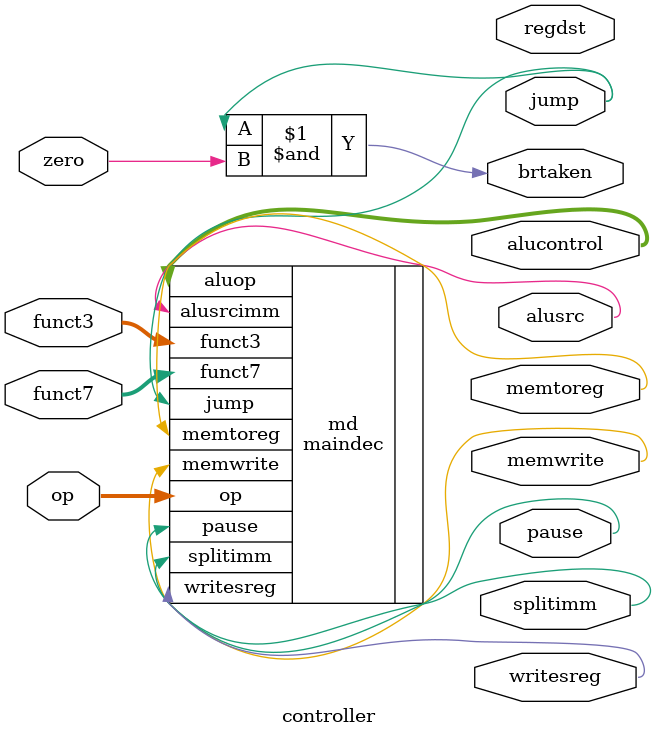
<source format=v>
module controller(input [6:0] op,
                  input [2:0] funct3,
                  input [6:0] funct7,
                  input zero,
                  output memtoreg, memwrite,
                  output brtaken, alusrc,
                  output regdst, writesreg,
                  output jump,
                  output splitimm,
                  output pause,
                  output [3:0] alucontrol);
    maindec md (.op(op), .funct3(funct3), .funct7(funct7), .memtoreg(memtoreg), 
                .memwrite(memwrite), .alusrcimm(alusrc), .writesreg(writesreg), 
                .jump(jump), .pause(pause), .aluop(alucontrol), .splitimm(splitimm));
    assign brtaken = jump & zero;
endmodule
</source>
